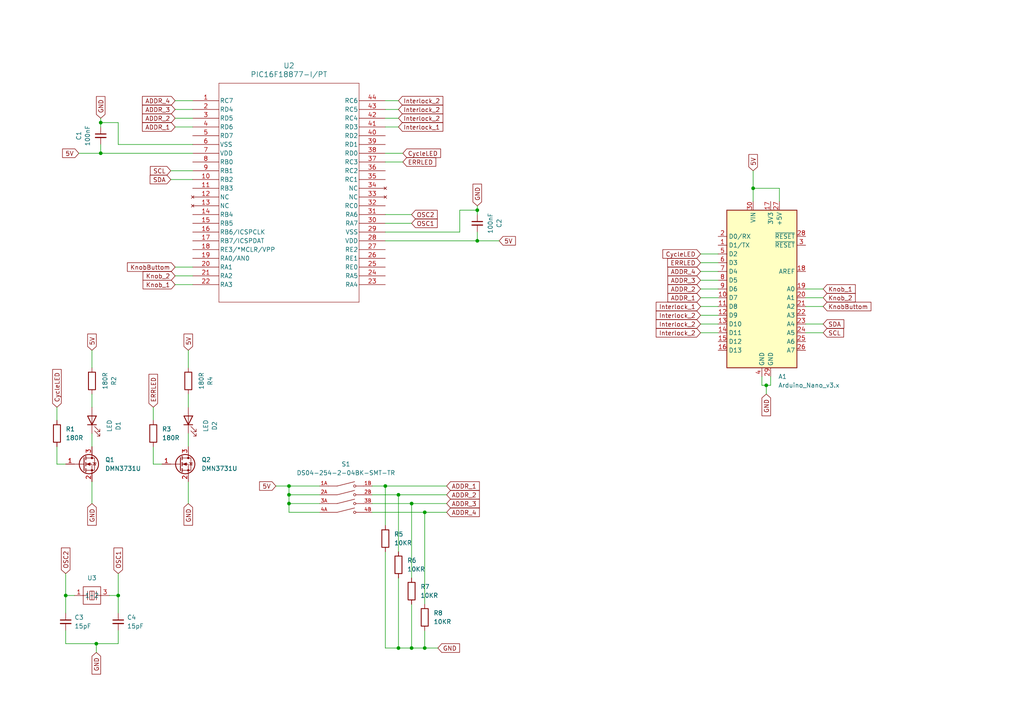
<source format=kicad_sch>
(kicad_sch (version 20230121) (generator eeschema)
  (paper "A4")
  (lib_symbols
    (symbol "Device:C_Small" (pin_numbers hide) (pin_names (offset 0.254) hide)
      (property "Reference" "C" (at 0.254 1.778 0))
      (property "Value" "C_Small" (at 0.254 -2.032 0))
      (symbol "C_Small_0_1"
        (polyline (pts (xy -1.524 -0.508) (xy 1.524 -0.508)) (stroke (width 0.3302)))
        (polyline (pts (xy -1.524 0.508) (xy 1.524 0.508)) (stroke (width 0.3048)))
      )
      (symbol "C_Small_1_1"
        (pin passive line (at 0 2.54 270) (length 2.032) (name "~") (number "1"))
        (pin passive line (at 0 -2.54 90) (length 2.032) (name "~") (number "2"))
      )
    )
    (symbol "Device:LED" (pin_numbers hide) (pin_names (offset 1.016) hide)
      (property "Reference" "D" (at 0 2.54 0))
      (property "Value" "LED" (at 0 -2.54 0))
      (symbol "LED_0_1"
        (polyline (pts (xy -1.27 -1.27) (xy -1.27 1.27)) (stroke (width 0.254)))
        (polyline (pts (xy -1.27 0) (xy 1.27 0)))
        (polyline (pts (xy 1.27 -1.27) (xy 1.27 1.27) (xy -1.27 0) (xy 1.27 -1.27)) (stroke (width 0.254)))
        (polyline (pts (xy -3.048 -0.762) (xy -4.572 -2.286) (xy -3.81 -2.286) (xy -4.572 -2.286) (xy -4.572 -1.524)))
        (polyline (pts (xy -1.778 -0.762) (xy -3.302 -2.286) (xy -2.54 -2.286) (xy -3.302 -2.286) (xy -3.302 -1.524)))
      )
      (symbol "LED_1_1"
        (pin passive line (at -3.81 0 0) (length 2.54) (name "K") (number "1"))
        (pin passive line (at 3.81 0 180) (length 2.54) (name "A") (number "2"))
      )
    )
    (symbol "Device:R" (pin_numbers hide) (pin_names (offset 0))
      (property "Reference" "R" (at 2.032 0 90))
      (property "Value" "R" (at 0 0 90))
      (symbol "R_0_1"
        (rectangle (start -1.016 -2.54) (end 1.016 2.54) (stroke (width 0.254)))
      )
      (symbol "R_1_1"
        (pin passive line (at 0 3.81 270) (length 1.27) (name "~") (number "1"))
        (pin passive line (at 0 -3.81 90) (length 1.27) (name "~") (number "2"))
      )
    )
    (symbol "MCU_Module:Arduino_Nano_v3.x"
      (property "Reference" "A" (at -10.16 23.495 0))
      (property "Value" "Arduino_Nano_v3.x" (at 5.08 -24.13 0))
      (symbol "Arduino_Nano_v3.x_0_1"
        (rectangle (start -10.16 22.86) (end 10.16 -22.86) (stroke (width 0.254)) (fill (type background)))
      )
      (symbol "Arduino_Nano_v3.x_1_1"
        (pin bidirectional line (at -12.7 12.7 0) (length 2.54) (name "D1/TX") (number "1"))
        (pin bidirectional line (at -12.7 -2.54 0) (length 2.54) (name "D7") (number "10"))
        (pin bidirectional line (at -12.7 -5.08 0) (length 2.54) (name "D8") (number "11"))
        (pin bidirectional line (at -12.7 -7.62 0) (length 2.54) (name "D9") (number "12"))
        (pin bidirectional line (at -12.7 -10.16 0) (length 2.54) (name "D10") (number "13"))
        (pin bidirectional line (at -12.7 -12.7 0) (length 2.54) (name "D11") (number "14"))
        (pin bidirectional line (at -12.7 -15.24 0) (length 2.54) (name "D12") (number "15"))
        (pin bidirectional line (at -12.7 -17.78 0) (length 2.54) (name "D13") (number "16"))
        (pin power_out line (at 2.54 25.4 270) (length 2.54) (name "3V3") (number "17"))
        (pin input line (at 12.7 5.08 180) (length 2.54) (name "AREF") (number "18"))
        (pin bidirectional line (at 12.7 0 180) (length 2.54) (name "A0") (number "19"))
        (pin bidirectional line (at -12.7 15.24 0) (length 2.54) (name "D0/RX") (number "2"))
        (pin bidirectional line (at 12.7 -2.54 180) (length 2.54) (name "A1") (number "20"))
        (pin bidirectional line (at 12.7 -5.08 180) (length 2.54) (name "A2") (number "21"))
        (pin bidirectional line (at 12.7 -7.62 180) (length 2.54) (name "A3") (number "22"))
        (pin bidirectional line (at 12.7 -10.16 180) (length 2.54) (name "A4") (number "23"))
        (pin bidirectional line (at 12.7 -12.7 180) (length 2.54) (name "A5") (number "24"))
        (pin bidirectional line (at 12.7 -15.24 180) (length 2.54) (name "A6") (number "25"))
        (pin bidirectional line (at 12.7 -17.78 180) (length 2.54) (name "A7") (number "26"))
        (pin power_out line (at 5.08 25.4 270) (length 2.54) (name "+5V") (number "27"))
        (pin input line (at 12.7 15.24 180) (length 2.54) (name "~{RESET}") (number "28"))
        (pin power_in line (at 2.54 -25.4 90) (length 2.54) (name "GND") (number "29"))
        (pin input line (at 12.7 12.7 180) (length 2.54) (name "~{RESET}") (number "3"))
        (pin power_in line (at -2.54 25.4 270) (length 2.54) (name "VIN") (number "30"))
        (pin power_in line (at 0 -25.4 90) (length 2.54) (name "GND") (number "4"))
        (pin bidirectional line (at -12.7 10.16 0) (length 2.54) (name "D2") (number "5"))
        (pin bidirectional line (at -12.7 7.62 0) (length 2.54) (name "D3") (number "6"))
        (pin bidirectional line (at -12.7 5.08 0) (length 2.54) (name "D4") (number "7"))
        (pin bidirectional line (at -12.7 2.54 0) (length 2.54) (name "D5") (number "8"))
        (pin bidirectional line (at -12.7 0 0) (length 2.54) (name "D6") (number "9"))
      )
    )
    (symbol "MYLIB_2:DS04-254-2-04BK-SMT-TR" (pin_names (offset 1.016))
      (property "Reference" "S" (at -2.54 5.08 0))
      (property "Value" "DS04-254-2-04BK-SMT-TR" (at -11.43 -7.62 0))
      (symbol "DS04-254-2-04BK-SMT-TR_0_0"
        (polyline (pts (xy -2.54 -5.08) (xy -5.08 -5.08)) (stroke (width 0.1524)))
        (polyline (pts (xy -2.54 -5.08) (xy 2.54 -3.81)) (stroke (width 0.1524)))
        (polyline (pts (xy -2.54 -2.54) (xy -5.08 -2.54)) (stroke (width 0.1524)))
        (polyline (pts (xy -2.54 -2.54) (xy 2.54 -1.27)) (stroke (width 0.1524)))
        (polyline (pts (xy -2.54 0) (xy -5.08 0)) (stroke (width 0.1524)))
        (polyline (pts (xy -2.54 0) (xy 2.54 1.27)) (stroke (width 0.1524)))
        (polyline (pts (xy -2.54 2.54) (xy -5.08 2.54)) (stroke (width 0.1524)))
        (polyline (pts (xy -2.54 2.54) (xy 2.54 3.81)) (stroke (width 0.1524)))
        (polyline (pts (xy 5.08 -5.08) (xy 2.921 -5.08)) (stroke (width 0.1524)))
        (polyline (pts (xy 5.08 -2.54) (xy 2.921 -2.54)) (stroke (width 0.1524)))
        (polyline (pts (xy 5.08 0) (xy 2.921 0)) (stroke (width 0.1524)))
        (polyline (pts (xy 5.08 2.54) (xy 2.921 2.54)) (stroke (width 0.1524)))
        (circle (center 2.54 -5.08) (radius 0.3302) (stroke (width 0.1524)))
        (circle (center 2.54 -2.54) (radius 0.3302) (stroke (width 0.1524)))
        (circle (center 2.54 0) (radius 0.3302) (stroke (width 0.1524)))
        (circle (center 2.54 2.54) (radius 0.3302) (stroke (width 0.1524)))
        (pin passive line (at -7.62 2.54 0) (length 2.54) (name "~") (number "1A"))
        (pin passive line (at 7.62 2.54 180) (length 2.54) (name "~") (number "1B"))
        (pin passive line (at -7.62 0 0) (length 2.54) (name "~") (number "2A"))
        (pin passive line (at 7.62 0 180) (length 2.54) (name "~") (number "2B"))
        (pin passive line (at -7.62 -2.54 0) (length 2.54) (name "~") (number "3A"))
        (pin passive line (at 7.62 -2.54 180) (length 2.54) (name "~") (number "3B"))
        (pin passive line (at -7.62 -5.08 0) (length 2.54) (name "~") (number "4A"))
        (pin passive line (at 7.62 -5.08 180) (length 2.54) (name "~") (number "4B"))
      )
    )
    (symbol "MYLIB_2:PIC16F18877-I_PT" (pin_names (offset 0.254))
      (property "Reference" "U" (at 27.94 10.16 0))
      (property "Value" "PIC16F18877-I/PT" (at 27.94 7.62 0))
      (symbol "PIC16F18877-I_PT_0_1"
        (polyline (pts (xy 7.62 -58.42) (xy 48.26 -58.42)) (stroke (width 0.127)))
        (polyline (pts (xy 7.62 5.08) (xy 7.62 -58.42)) (stroke (width 0.127)))
        (polyline (pts (xy 48.26 -58.42) (xy 48.26 5.08)) (stroke (width 0.127)))
        (polyline (pts (xy 48.26 5.08) (xy 7.62 5.08)) (stroke (width 0.127)))
        (pin bidirectional line (at 0 0 0) (length 7.62) (name "RC7") (number "1"))
        (pin bidirectional line (at 0 -22.86 0) (length 7.62) (name "RB2") (number "10"))
        (pin bidirectional line (at 0 -25.4 0) (length 7.62) (name "RB3") (number "11"))
        (pin no_connect line (at 0 -27.94 0) (length 7.62) (name "NC") (number "12"))
        (pin no_connect line (at 0 -30.48 0) (length 7.62) (name "NC") (number "13"))
        (pin bidirectional line (at 0 -33.02 0) (length 7.62) (name "RB4") (number "14"))
        (pin bidirectional line (at 0 -35.56 0) (length 7.62) (name "RB5") (number "15"))
        (pin bidirectional line (at 0 -38.1 0) (length 7.62) (name "RB6/ICSPCLK") (number "16"))
        (pin bidirectional line (at 0 -40.64 0) (length 7.62) (name "RB7/ICSPDAT") (number "17"))
        (pin bidirectional line (at 0 -43.18 0) (length 7.62) (name "RE3/*MCLR/VPP") (number "18"))
        (pin bidirectional line (at 0 -45.72 0) (length 7.62) (name "RA0/AN0") (number "19"))
        (pin bidirectional line (at 0 -2.54 0) (length 7.62) (name "RD4") (number "2"))
        (pin bidirectional line (at 0 -48.26 0) (length 7.62) (name "RA1") (number "20"))
        (pin bidirectional line (at 0 -50.8 0) (length 7.62) (name "RA2") (number "21"))
        (pin bidirectional line (at 0 -53.34 0) (length 7.62) (name "RA3") (number "22"))
        (pin bidirectional line (at 55.88 -53.34 180) (length 7.62) (name "RA4") (number "23"))
        (pin bidirectional line (at 55.88 -50.8 180) (length 7.62) (name "RA5") (number "24"))
        (pin bidirectional line (at 55.88 -48.26 180) (length 7.62) (name "RE0") (number "25"))
        (pin bidirectional line (at 55.88 -45.72 180) (length 7.62) (name "RE1") (number "26"))
        (pin bidirectional line (at 55.88 -43.18 180) (length 7.62) (name "RE2") (number "27"))
        (pin power_in line (at 55.88 -40.64 180) (length 7.62) (name "VDD") (number "28"))
        (pin power_out line (at 55.88 -38.1 180) (length 7.62) (name "VSS") (number "29"))
        (pin bidirectional line (at 0 -5.08 0) (length 7.62) (name "RD5") (number "3"))
        (pin bidirectional line (at 55.88 -35.56 180) (length 7.62) (name "RA7") (number "30"))
        (pin bidirectional line (at 55.88 -33.02 180) (length 7.62) (name "RA6") (number "31"))
        (pin bidirectional line (at 55.88 -30.48 180) (length 7.62) (name "RC0") (number "32"))
        (pin no_connect line (at 55.88 -27.94 180) (length 7.62) (name "NC") (number "33"))
        (pin no_connect line (at 55.88 -25.4 180) (length 7.62) (name "NC") (number "34"))
        (pin bidirectional line (at 55.88 -22.86 180) (length 7.62) (name "RC1") (number "35"))
        (pin bidirectional line (at 55.88 -20.32 180) (length 7.62) (name "RC2") (number "36"))
        (pin bidirectional line (at 55.88 -17.78 180) (length 7.62) (name "RC3") (number "37"))
        (pin bidirectional line (at 55.88 -15.24 180) (length 7.62) (name "RD0") (number "38"))
        (pin bidirectional line (at 55.88 -12.7 180) (length 7.62) (name "RD1") (number "39"))
        (pin bidirectional line (at 0 -7.62 0) (length 7.62) (name "RD6") (number "4"))
        (pin bidirectional line (at 55.88 -10.16 180) (length 7.62) (name "RD2") (number "40"))
        (pin bidirectional line (at 55.88 -7.62 180) (length 7.62) (name "RD3") (number "41"))
        (pin bidirectional line (at 55.88 -5.08 180) (length 7.62) (name "RC4") (number "42"))
        (pin bidirectional line (at 55.88 -2.54 180) (length 7.62) (name "RC5") (number "43"))
        (pin bidirectional line (at 55.88 0 180) (length 7.62) (name "RC6") (number "44"))
        (pin bidirectional line (at 0 -10.16 0) (length 7.62) (name "RD7") (number "5"))
        (pin power_out line (at 0 -12.7 0) (length 7.62) (name "VSS") (number "6"))
        (pin power_in line (at 0 -15.24 0) (length 7.62) (name "VDD") (number "7"))
        (pin bidirectional line (at 0 -17.78 0) (length 7.62) (name "RB0") (number "8"))
        (pin bidirectional line (at 0 -20.32 0) (length 7.62) (name "RB1") (number "9"))
      )
    )
    (symbol "MYLIB_2:RH100_OSC_32MHz"
      (property "Reference" "U" (at 0 2.54 0))
      (symbol "RH100_OSC_32MHz_0_1"
        (rectangle (start -2.54 2.54) (end 2.54 -2.54))
        (polyline (pts (xy -1.27 0) (xy -1.27 -1.27)))
        (polyline (pts (xy 0 -1.27) (xy 0 1.27)))
        (polyline (pts (xy 0 1.27) (xy -0.635 1.27)))
        (polyline (pts (xy 1.27 0) (xy 1.27 -1.27)))
        (polyline (pts (xy -2.54 0) (xy -1.27 0) (xy -1.27 1.27)))
        (polyline (pts (xy 2.54 0) (xy 1.27 0) (xy 1.27 1.27)))
        (polyline (pts (xy -0.635 1.27) (xy -0.635 -1.27) (xy 0.635 -1.27) (xy 0.635 1.27) (xy 0 1.27)))
      )
      (symbol "RH100_OSC_32MHz_1_1"
        (pin input line (at -5.08 0 0) (length 2.54) (name "1") (number "1"))
        (pin input line (at 5.08 0 180) (length 2.54) (name "2") (number "3"))
      )
    )
    (symbol "Transistor_FET:DMN3300U" (pin_names hide)
      (property "Reference" "Q" (at 5.08 1.905 0))
      (property "Value" "DMN3300U" (at 5.08 0 0))
      (symbol "DMN3300U_0_1"
        (polyline (pts (xy 0.254 0) (xy -2.54 0)))
        (polyline (pts (xy 0.254 1.905) (xy 0.254 -1.905)) (stroke (width 0.254)))
        (polyline (pts (xy 0.762 -1.27) (xy 0.762 -2.286)) (stroke (width 0.254)))
        (polyline (pts (xy 0.762 0.508) (xy 0.762 -0.508)) (stroke (width 0.254)))
        (polyline (pts (xy 0.762 2.286) (xy 0.762 1.27)) (stroke (width 0.254)))
        (polyline (pts (xy 2.54 2.54) (xy 2.54 1.778)))
        (polyline (pts (xy 2.54 -2.54) (xy 2.54 0) (xy 0.762 0)))
        (polyline (pts (xy 0.762 -1.778) (xy 3.302 -1.778) (xy 3.302 1.778) (xy 0.762 1.778)))
        (polyline (pts (xy 1.016 0) (xy 2.032 0.381) (xy 2.032 -0.381) (xy 1.016 0)) (fill (type outline)))
        (polyline (pts (xy 2.794 0.508) (xy 2.921 0.381) (xy 3.683 0.381) (xy 3.81 0.254)))
        (polyline (pts (xy 3.302 0.381) (xy 2.921 -0.254) (xy 3.683 -0.254) (xy 3.302 0.381)))
        (circle (center 1.651 0) (radius 2.794) (stroke (width 0.254)))
        (circle (center 2.54 -1.778) (radius 0.254) (fill (type outline)))
        (circle (center 2.54 1.778) (radius 0.254) (fill (type outline)))
      )
      (symbol "DMN3300U_1_1"
        (pin input line (at -5.08 0 0) (length 2.54) (name "G") (number "1"))
        (pin passive line (at 2.54 -5.08 90) (length 2.54) (name "S") (number "2"))
        (pin passive line (at 2.54 5.08 270) (length 2.54) (name "D") (number "3"))
      )
    )
  )
  (junction (at 138.43 69.85))
  (junction (at 27.94 186.69))
  (junction (at 29.21 35.56))
  (junction (at 19.05 172.72))
  (junction (at 222.25 111.76))
  (junction (at 111.76 140.97))
  (junction (at 83.82 143.51))
  (junction (at 218.44 54.61))
  (junction (at 119.38 187.96))
  (junction (at 115.57 143.51))
  (junction (at 115.57 187.96))
  (junction (at 83.82 140.97))
  (junction (at 83.82 146.05))
  (junction (at 138.43 60.96))
  (junction (at 29.21 44.45))
  (junction (at 123.19 148.59))
  (junction (at 34.29 172.72))
  (junction (at 119.38 146.05))
  (junction (at 123.19 187.96))
  (wire (pts (xy 119.38 146.05) (xy 129.54 146.05)))
  (wire (pts (xy 27.94 186.69) (xy 27.94 189.23)))
  (wire (pts (xy 218.44 54.61) (xy 226.06 54.61)))
  (wire (pts (xy 233.68 86.36) (xy 238.76 86.36)))
  (wire (pts (xy 123.19 187.96) (xy 123.19 182.88)))
  (wire (pts (xy 115.57 143.51) (xy 129.54 143.51)))
  (wire (pts (xy 55.88 77.47) (xy 50.8 77.47)))
  (wire (pts (xy 34.29 166.37) (xy 34.29 172.72)))
  (wire (pts (xy 55.88 80.01) (xy 50.8 80.01)))
  (wire (pts (xy 29.21 35.56) (xy 29.21 36.83)))
  (wire (pts (xy 50.8 34.29) (xy 55.88 34.29)))
  (wire (pts (xy 50.8 29.21) (xy 55.88 29.21)))
  (wire (pts (xy 218.44 54.61) (xy 218.44 58.42)))
  (wire (pts (xy 83.82 148.59) (xy 92.71 148.59)))
  (wire (pts (xy 220.98 111.76) (xy 222.25 111.76)))
  (wire (pts (xy 111.76 31.75) (xy 115.57 31.75)))
  (wire (pts (xy 111.76 36.83) (xy 115.57 36.83)))
  (wire (pts (xy 111.76 46.99) (xy 116.84 46.99)))
  (wire (pts (xy 119.38 187.96) (xy 123.19 187.96)))
  (wire (pts (xy 111.76 187.96) (xy 115.57 187.96)))
  (wire (pts (xy 111.76 160.02) (xy 111.76 187.96)))
  (wire (pts (xy 83.82 143.51) (xy 83.82 146.05)))
  (wire (pts (xy 111.76 62.23) (xy 119.38 62.23)))
  (wire (pts (xy 203.2 88.9) (xy 208.28 88.9)))
  (wire (pts (xy 203.2 83.82) (xy 208.28 83.82)))
  (wire (pts (xy 203.2 91.44) (xy 208.28 91.44)))
  (wire (pts (xy 115.57 167.64) (xy 115.57 187.96)))
  (wire (pts (xy 203.2 73.66) (xy 208.28 73.66)))
  (wire (pts (xy 19.05 172.72) (xy 19.05 177.8)))
  (wire (pts (xy 49.53 52.07) (xy 55.88 52.07)))
  (wire (pts (xy 29.21 44.45) (xy 22.86 44.45)))
  (wire (pts (xy 203.2 86.36) (xy 208.28 86.36)))
  (wire (pts (xy 50.8 31.75) (xy 55.88 31.75)))
  (wire (pts (xy 83.82 143.51) (xy 92.71 143.51)))
  (wire (pts (xy 54.61 139.7) (xy 54.61 146.05)))
  (wire (pts (xy 54.61 114.3) (xy 54.61 118.11)))
  (wire (pts (xy 222.25 111.76) (xy 222.25 114.3)))
  (wire (pts (xy 223.52 111.76) (xy 222.25 111.76)))
  (wire (pts (xy 133.35 60.96) (xy 138.43 60.96)))
  (wire (pts (xy 19.05 186.69) (xy 19.05 182.88)))
  (wire (pts (xy 44.45 134.62) (xy 44.45 129.54)))
  (wire (pts (xy 138.43 60.96) (xy 138.43 62.23)))
  (wire (pts (xy 123.19 148.59) (xy 129.54 148.59)))
  (wire (pts (xy 34.29 172.72) (xy 34.29 177.8)))
  (wire (pts (xy 123.19 148.59) (xy 123.19 175.26)))
  (wire (pts (xy 111.76 69.85) (xy 138.43 69.85)))
  (wire (pts (xy 107.95 146.05) (xy 119.38 146.05)))
  (wire (pts (xy 55.88 41.91) (xy 34.29 41.91)))
  (wire (pts (xy 50.8 36.83) (xy 55.88 36.83)))
  (wire (pts (xy 29.21 34.29) (xy 29.21 35.56)))
  (wire (pts (xy 19.05 172.72) (xy 21.59 172.72)))
  (wire (pts (xy 107.95 140.97) (xy 111.76 140.97)))
  (wire (pts (xy 34.29 41.91) (xy 34.29 35.56)))
  (wire (pts (xy 26.67 114.3) (xy 26.67 118.11)))
  (wire (pts (xy 233.68 96.52) (xy 238.76 96.52)))
  (wire (pts (xy 218.44 49.53) (xy 218.44 54.61)))
  (wire (pts (xy 223.52 109.22) (xy 223.52 111.76)))
  (wire (pts (xy 83.82 140.97) (xy 83.82 143.51)))
  (wire (pts (xy 19.05 134.62) (xy 16.51 134.62)))
  (wire (pts (xy 26.67 125.73) (xy 26.67 129.54)))
  (wire (pts (xy 83.82 146.05) (xy 83.82 148.59)))
  (wire (pts (xy 111.76 67.31) (xy 133.35 67.31)))
  (wire (pts (xy 16.51 134.62) (xy 16.51 129.54)))
  (wire (pts (xy 27.94 186.69) (xy 19.05 186.69)))
  (wire (pts (xy 119.38 175.26) (xy 119.38 187.96)))
  (wire (pts (xy 29.21 41.91) (xy 29.21 44.45)))
  (wire (pts (xy 107.95 148.59) (xy 123.19 148.59)))
  (wire (pts (xy 34.29 182.88) (xy 34.29 186.69)))
  (wire (pts (xy 26.67 139.7) (xy 26.67 146.05)))
  (wire (pts (xy 111.76 29.21) (xy 115.57 29.21)))
  (wire (pts (xy 123.19 187.96) (xy 127 187.96)))
  (wire (pts (xy 138.43 59.69) (xy 138.43 60.96)))
  (wire (pts (xy 111.76 34.29) (xy 115.57 34.29)))
  (wire (pts (xy 115.57 187.96) (xy 119.38 187.96)))
  (wire (pts (xy 44.45 118.11) (xy 44.45 121.92)))
  (wire (pts (xy 233.68 93.98) (xy 238.76 93.98)))
  (wire (pts (xy 34.29 186.69) (xy 27.94 186.69)))
  (wire (pts (xy 138.43 69.85) (xy 144.78 69.85)))
  (wire (pts (xy 34.29 35.56) (xy 29.21 35.56)))
  (wire (pts (xy 55.88 44.45) (xy 29.21 44.45)))
  (wire (pts (xy 203.2 78.74) (xy 208.28 78.74)))
  (wire (pts (xy 16.51 118.11) (xy 16.51 121.92)))
  (wire (pts (xy 226.06 58.42) (xy 226.06 54.61)))
  (wire (pts (xy 115.57 143.51) (xy 115.57 160.02)))
  (wire (pts (xy 119.38 146.05) (xy 119.38 167.64)))
  (wire (pts (xy 49.53 49.53) (xy 55.88 49.53)))
  (wire (pts (xy 220.98 109.22) (xy 220.98 111.76)))
  (wire (pts (xy 133.35 67.31) (xy 133.35 60.96)))
  (wire (pts (xy 34.29 172.72) (xy 31.75 172.72)))
  (wire (pts (xy 203.2 96.52) (xy 208.28 96.52)))
  (wire (pts (xy 80.01 140.97) (xy 83.82 140.97)))
  (wire (pts (xy 19.05 166.37) (xy 19.05 172.72)))
  (wire (pts (xy 138.43 67.31) (xy 138.43 69.85)))
  (wire (pts (xy 83.82 146.05) (xy 92.71 146.05)))
  (wire (pts (xy 111.76 64.77) (xy 119.38 64.77)))
  (wire (pts (xy 203.2 81.28) (xy 208.28 81.28)))
  (wire (pts (xy 46.99 134.62) (xy 44.45 134.62)))
  (wire (pts (xy 203.2 93.98) (xy 208.28 93.98)))
  (wire (pts (xy 111.76 140.97) (xy 129.54 140.97)))
  (wire (pts (xy 111.76 44.45) (xy 116.84 44.45)))
  (wire (pts (xy 54.61 125.73) (xy 54.61 129.54)))
  (wire (pts (xy 107.95 143.51) (xy 115.57 143.51)))
  (wire (pts (xy 203.2 76.2) (xy 208.28 76.2)))
  (wire (pts (xy 111.76 140.97) (xy 111.76 152.4)))
  (wire (pts (xy 233.68 83.82) (xy 238.76 83.82)))
  (wire (pts (xy 233.68 88.9) (xy 238.76 88.9)))
  (wire (pts (xy 55.88 82.55) (xy 50.8 82.55)))
  (wire (pts (xy 54.61 101.6) (xy 54.61 106.68)))
  (wire (pts (xy 26.67 101.6) (xy 26.67 106.68)))
  (wire (pts (xy 92.71 140.97) (xy 83.82 140.97)))
  (global_label "5V" (shape input) (at 80.01 140.97 180) (property "Intersheetrefs" "${INTERSHEET_REFS}" (effects hide)))
  (global_label "GND" (shape input) (at 27.94 189.23 270) (property "Intersheetrefs" "${INTERSHEET_REFS}" (effects hide)))
  (global_label "ADDR_2" (shape input) (at 50.8 34.29 180) (property "Intersheetrefs" "${INTERSHEET_REFS}" (effects hide)))
  (global_label "GND" (shape input) (at 54.61 146.05 270) (property "Intersheetrefs" "${INTERSHEET_REFS}" (effects hide)))
  (global_label "ADDR_1" (shape input) (at 129.54 140.97 0) (property "Intersheetrefs" "${INTERSHEET_REFS}" (effects hide)))
  (global_label "SDA" (shape input) (at 49.53 52.07 180) (property "Intersheetrefs" "${INTERSHEET_REFS}" (effects hide)))
  (global_label "OSC1" (shape input) (at 34.29 166.37 90) (property "Intersheetrefs" "${INTERSHEET_REFS}" (effects hide)))
  (global_label "SDA" (shape input) (at 238.76 93.98 0) (property "Intersheetrefs" "${INTERSHEET_REFS}" (effects hide)))
  (global_label "CycleLED" (shape input) (at 203.2 73.66 180) (property "Intersheetrefs" "${INTERSHEET_REFS}" (effects hide)))
  (global_label "ADDR_3" (shape input) (at 129.54 146.05 0) (property "Intersheetrefs" "${INTERSHEET_REFS}" (effects hide)))
  (global_label "Interlock_1" (shape input) (at 203.2 88.9 180) (property "Intersheetrefs" "${INTERSHEET_REFS}" (effects hide)))
  (global_label "ADDR_1" (shape input) (at 203.2 86.36 180) (property "Intersheetrefs" "${INTERSHEET_REFS}" (effects hide)))
  (global_label "ERRLED" (shape input) (at 44.45 118.11 90) (property "Intersheetrefs" "${INTERSHEET_REFS}" (effects hide)))
  (global_label "ADDR_1" (shape input) (at 50.8 36.83 180) (property "Intersheetrefs" "${INTERSHEET_REFS}" (effects hide)))
  (global_label "CycleLED" (shape input) (at 16.51 118.11 90) (property "Intersheetrefs" "${INTERSHEET_REFS}" (effects hide)))
  (global_label "Interlock_2" (shape input) (at 115.57 29.21 0) (property "Intersheetrefs" "${INTERSHEET_REFS}" (effects hide)))
  (global_label "ADDR_4" (shape input) (at 50.8 29.21 180) (property "Intersheetrefs" "${INTERSHEET_REFS}" (effects hide)))
  (global_label "Interlock_2" (shape input) (at 203.2 93.98 180) (property "Intersheetrefs" "${INTERSHEET_REFS}" (effects hide)))
  (global_label "ADDR_4" (shape input) (at 203.2 78.74 180) (property "Intersheetrefs" "${INTERSHEET_REFS}" (effects hide)))
  (global_label "OSC2" (shape input) (at 19.05 166.37 90) (property "Intersheetrefs" "${INTERSHEET_REFS}" (effects hide)))
  (global_label "ERRLED" (shape input) (at 203.2 76.2 180) (property "Intersheetrefs" "${INTERSHEET_REFS}" (effects hide)))
  (global_label "5V" (shape input) (at 26.67 101.6 90) (property "Intersheetrefs" "${INTERSHEET_REFS}" (effects hide)))
  (global_label "KnobButtom" (shape input) (at 50.8 77.47 180) (property "Intersheetrefs" "${INTERSHEET_REFS}" (effects hide)))
  (global_label "5V" (shape input) (at 218.44 49.53 90) (property "Intersheetrefs" "${INTERSHEET_REFS}" (effects hide)))
  (global_label "5V" (shape input) (at 22.86 44.45 180) (property "Intersheetrefs" "${INTERSHEET_REFS}" (effects hide)))
  (global_label "Knob_1" (shape input) (at 238.76 83.82 0) (property "Intersheetrefs" "${INTERSHEET_REFS}" (effects hide)))
  (global_label "ADDR_2" (shape input) (at 203.2 83.82 180) (property "Intersheetrefs" "${INTERSHEET_REFS}" (effects hide)))
  (global_label "SCL" (shape input) (at 49.53 49.53 180) (property "Intersheetrefs" "${INTERSHEET_REFS}" (effects hide)))
  (global_label "Interlock_2" (shape input) (at 115.57 34.29 0) (property "Intersheetrefs" "${INTERSHEET_REFS}" (effects hide)))
  (global_label "GND" (shape input) (at 138.43 59.69 90) (property "Intersheetrefs" "${INTERSHEET_REFS}" (effects hide)))
  (global_label "ERRLED" (shape input) (at 116.84 46.99 0) (property "Intersheetrefs" "${INTERSHEET_REFS}" (effects hide)))
  (global_label "Interlock_2" (shape input) (at 115.57 31.75 0) (property "Intersheetrefs" "${INTERSHEET_REFS}" (effects hide)))
  (global_label "Interlock_2" (shape input) (at 203.2 96.52 180) (property "Intersheetrefs" "${INTERSHEET_REFS}" (effects hide)))
  (global_label "Knob_1" (shape input) (at 50.8 82.55 180) (property "Intersheetrefs" "${INTERSHEET_REFS}" (effects hide)))
  (global_label "GND" (shape input) (at 29.21 34.29 90) (property "Intersheetrefs" "${INTERSHEET_REFS}" (effects hide)))
  (global_label "ADDR_3" (shape input) (at 203.2 81.28 180) (property "Intersheetrefs" "${INTERSHEET_REFS}" (effects hide)))
  (global_label "GND" (shape input) (at 26.67 146.05 270) (property "Intersheetrefs" "${INTERSHEET_REFS}" (effects hide)))
  (global_label "CycleLED" (shape input) (at 116.84 44.45 0) (property "Intersheetrefs" "${INTERSHEET_REFS}" (effects hide)))
  (global_label "Interlock_2" (shape input) (at 203.2 91.44 180) (property "Intersheetrefs" "${INTERSHEET_REFS}" (effects hide)))
  (global_label "KnobButtom" (shape input) (at 238.76 88.9 0) (property "Intersheetrefs" "${INTERSHEET_REFS}" (effects hide)))
  (global_label "OSC2" (shape input) (at 119.38 62.23 0) (property "Intersheetrefs" "${INTERSHEET_REFS}" (effects hide)))
  (global_label "SCL" (shape input) (at 238.76 96.52 0) (property "Intersheetrefs" "${INTERSHEET_REFS}" (effects hide)))
  (global_label "OSC1" (shape input) (at 119.38 64.77 0) (property "Intersheetrefs" "${INTERSHEET_REFS}" (effects hide)))
  (global_label "ADDR_3" (shape input) (at 50.8 31.75 180) (property "Intersheetrefs" "${INTERSHEET_REFS}" (effects hide)))
  (global_label "Knob_2" (shape input) (at 50.8 80.01 180) (property "Intersheetrefs" "${INTERSHEET_REFS}" (effects hide)))
  (global_label "ADDR_4" (shape input) (at 129.54 148.59 0) (property "Intersheetrefs" "${INTERSHEET_REFS}" (effects hide)))
  (global_label "Knob_2" (shape input) (at 238.76 86.36 0) (property "Intersheetrefs" "${INTERSHEET_REFS}" (effects hide)))
  (global_label "GND" (shape input) (at 222.25 114.3 270) (property "Intersheetrefs" "${INTERSHEET_REFS}" (effects hide)))
  (global_label "ADDR_2" (shape input) (at 129.54 143.51 0) (property "Intersheetrefs" "${INTERSHEET_REFS}" (effects hide)))
  (global_label "GND" (shape input) (at 127 187.96 0) (property "Intersheetrefs" "${INTERSHEET_REFS}" (effects hide)))
  (global_label "Interlock_1" (shape input) (at 115.57 36.83 0) (property "Intersheetrefs" "${INTERSHEET_REFS}" (effects hide)))
  (global_label "5V" (shape input) (at 144.78 69.85 0) (property "Intersheetrefs" "${INTERSHEET_REFS}" (effects hide)))
  (global_label "5V" (shape input) (at 54.61 101.6 90) (property "Intersheetrefs" "${INTERSHEET_REFS}" (effects hide)))
  (symbol (lib_id "Device:C_Small") (at 19.05 180.34 0) (unit 1)
    (property "Reference" "C3" (at 21.59 179.0763 0) (effects (justify left)))
    (property "Value" "15pF" (at 21.59 181.6163 0) (effects (justify left)))
    (property "Footprint" "Capacitor_SMD:C_0805_2012Metric" (effects hide))
  )
  (symbol (lib_id "Transistor_FET:DMN3300U") (at 24.13 134.62 0) (unit 1)
    (property "Reference" "Q1" (at 30.48 133.35 0) (effects (justify left)))
    (property "Value" "DMN3731U" (at 30.48 135.89 0) (effects (justify left)))
    (property "Footprint" "MySmd:TRANS_BC847B" (effects hide))
    (property "Datasheet" "https://www.diodes.com/assets/Datasheets/DMN3731U.pdf" (effects hide))
    (property "DigiKey" "https://www.digikey.de/de/products/detail/diodes-incorporated/DMN3731U-7/10295271" (effects hide))
  )
  (symbol (lib_id "Device:LED") (at 54.61 121.92 90) (unit 1)
    (property "Reference" "D2" (at 62.23 123.5075 0))
    (property "Value" "LED" (at 59.69 123.5075 0))
    (property "Footprint" "LED_SMD:LED_1206_3216Metric" (effects hide))
  )
  (symbol (lib_id "Device:LED") (at 26.67 121.92 90) (unit 1)
    (property "Reference" "D1" (at 34.29 123.5075 0))
    (property "Value" "LED" (at 31.75 123.5075 0))
    (property "Footprint" "LED_SMD:LED_1206_3216Metric" (effects hide))
  )
  (symbol (lib_id "Device:R") (at 123.19 179.07 180) (unit 1)
    (property "Reference" "R8" (at 125.73 177.8 0) (effects (justify right)))
    (property "Value" "10KR" (at 125.73 180.34 0) (effects (justify right)))
    (property "Footprint" "Resistor_SMD:R_1206_3216Metric" (effects hide))
  )
  (symbol (lib_id "Device:R") (at 26.67 110.49 0) (unit 1)
    (property "Reference" "R2" (at 33.02 110.49 90))
    (property "Value" "180R" (at 30.48 110.49 90))
    (property "Footprint" "Resistor_SMD:R_1206_3216Metric" (effects hide))
  )
  (symbol (lib_id "MCU_Module:Arduino_Nano_v3.x") (at 220.98 83.82 0) (unit 1)
    (property "Reference" "A1" (at 225.7141 109.22 0) (effects (justify left)))
    (property "Value" "Arduino_Nano_v3.x" (at 225.7141 111.76 0) (effects (justify left)))
    (property "Footprint" "Module:Arduino_Nano" (effects hide))
    (property "Datasheet" "http://www.mouser.com/pdfdocs/Gravitech_Arduino_Nano3_0.pdf" (effects hide))
  )
  (symbol (lib_id "Device:C_Small") (at 34.29 180.34 0) (unit 1)
    (property "Reference" "C4" (at 36.83 179.0763 0) (effects (justify left)))
    (property "Value" "15pF" (at 36.83 181.6163 0) (effects (justify left)))
    (property "Footprint" "Capacitor_SMD:C_0805_2012Metric" (effects hide))
  )
  (symbol (lib_id "Device:C_Small") (at 138.43 64.77 0) (unit 1)
    (property "Reference" "C2" (at 144.78 64.7763 90))
    (property "Value" "100nF" (at 142.24 64.7763 90))
    (property "Footprint" "Capacitor_SMD:C_0603_1608Metric" (effects hide))
  )
  (symbol (lib_id "MYLIB_2:DS04-254-2-04BK-SMT-TR") (at 100.33 143.51 0) (unit 1)
    (property "Reference" "S1" (at 100.33 134.62 0))
    (property "Value" "DS04-254-2-04BK-SMT-TR" (at 100.33 137.16 0))
    (property "Footprint" "MySmd:SW_DS04-254-2-04BK-SMT-TR" (effects hide))
  )
  (symbol (lib_id "Device:C_Small") (at 29.21 39.37 0) (mirror y) (unit 1)
    (property "Reference" "C1" (at 22.86 39.3763 90))
    (property "Value" "100nF" (at 25.4 39.3763 90))
    (property "Footprint" "Capacitor_SMD:C_0603_1608Metric" (effects hide))
  )
  (symbol (lib_id "Device:R") (at 111.76 156.21 180) (unit 1)
    (property "Reference" "R5" (at 114.3 154.94 0) (effects (justify right)))
    (property "Value" "10KR" (at 114.3 157.48 0) (effects (justify right)))
    (property "Footprint" "Resistor_SMD:R_1206_3216Metric" (effects hide))
  )
  (symbol (lib_id "MYLIB_2:RH100_OSC_32MHz") (at 26.67 172.72 0) (unit 1)
    (property "Reference" "U3" (at 26.67 167.64 0))
    (property "Value" "~" (at 26.67 172.72 0))
    (property "Footprint" "MySmd:RH100" (effects hide))
    (property "DigiKey" "https://www.digikey.de/de/products/detail/raltron-electronics/RH100-32-000-16-F-1015-EXT-TR/10272852" (effects hide))
  )
  (symbol (lib_id "Device:R") (at 119.38 171.45 180) (unit 1)
    (property "Reference" "R7" (at 121.92 170.18 0) (effects (justify right)))
    (property "Value" "10KR" (at 121.92 172.72 0) (effects (justify right)))
    (property "Footprint" "Resistor_SMD:R_1206_3216Metric" (effects hide))
  )
  (symbol (lib_id "Device:R") (at 115.57 163.83 180) (unit 1)
    (property "Reference" "R6" (at 118.11 162.56 0) (effects (justify right)))
    (property "Value" "10KR" (at 118.11 165.1 0) (effects (justify right)))
    (property "Footprint" "Resistor_SMD:R_1206_3216Metric" (effects hide))
  )
  (symbol (lib_id "Device:R") (at 54.61 110.49 0) (unit 1)
    (property "Reference" "R4" (at 60.96 110.49 90))
    (property "Value" "180R" (at 58.42 110.49 90))
    (property "Footprint" "Resistor_SMD:R_1206_3216Metric" (effects hide))
  )
  (symbol (lib_id "Device:R") (at 44.45 125.73 180) (unit 1)
    (property "Reference" "R3" (at 46.99 124.46 0) (effects (justify right)))
    (property "Value" "180R" (at 46.99 127 0) (effects (justify right)))
    (property "Footprint" "Resistor_SMD:R_1206_3216Metric" (effects hide))
  )
  (symbol (lib_id "Transistor_FET:DMN3300U") (at 52.07 134.62 0) (unit 1)
    (property "Reference" "Q2" (at 58.42 133.35 0) (effects (justify left)))
    (property "Value" "DMN3731U" (at 58.42 135.89 0) (effects (justify left)))
    (property "Footprint" "MySmd:TRANS_BC847B" (effects hide))
    (property "Datasheet" "https://www.diodes.com/assets/Datasheets/DMN3731U.pdf" (effects hide))
    (property "DigiKey" "https://www.digikey.de/de/products/detail/diodes-incorporated/DMN3731U-7/10295271" (effects hide))
  )
  (symbol (lib_id "MYLIB_2:PIC16F18877-I_PT") (at 55.88 29.21 0) (unit 1)
    (property "Reference" "U2" (at 83.82 19.05 0) (effects (font (size 1.524 1.524))))
    (property "Value" "PIC16F18877-I/PT" (at 83.82 21.59 0) (effects (font (size 1.524 1.524))))
    (property "Footprint" "MySmd:TQFP44_PT_MCH" (effects hide))
    (property "Datasheet" "PIC16F18877-I/PT" (effects hide))
  )
  (symbol (lib_id "Device:R") (at 16.51 125.73 180) (unit 1)
    (property "Reference" "R1" (at 19.05 124.46 0) (effects (justify right)))
    (property "Value" "180R" (at 19.05 127 0) (effects (justify right)))
    (property "Footprint" "Resistor_SMD:R_1206_3216Metric" (effects hide))
  )
)
</source>
